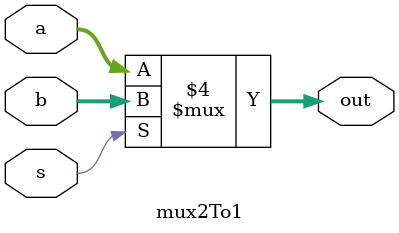
<source format=sv>
module mux2To1(
	input logic s,
	input logic [7:0] a,
	input logic [7:0] b,
	output logic [7:0] out
);

always_comb begin
	if(!s) out = a;
	else out = b;
end
endmodule
</source>
